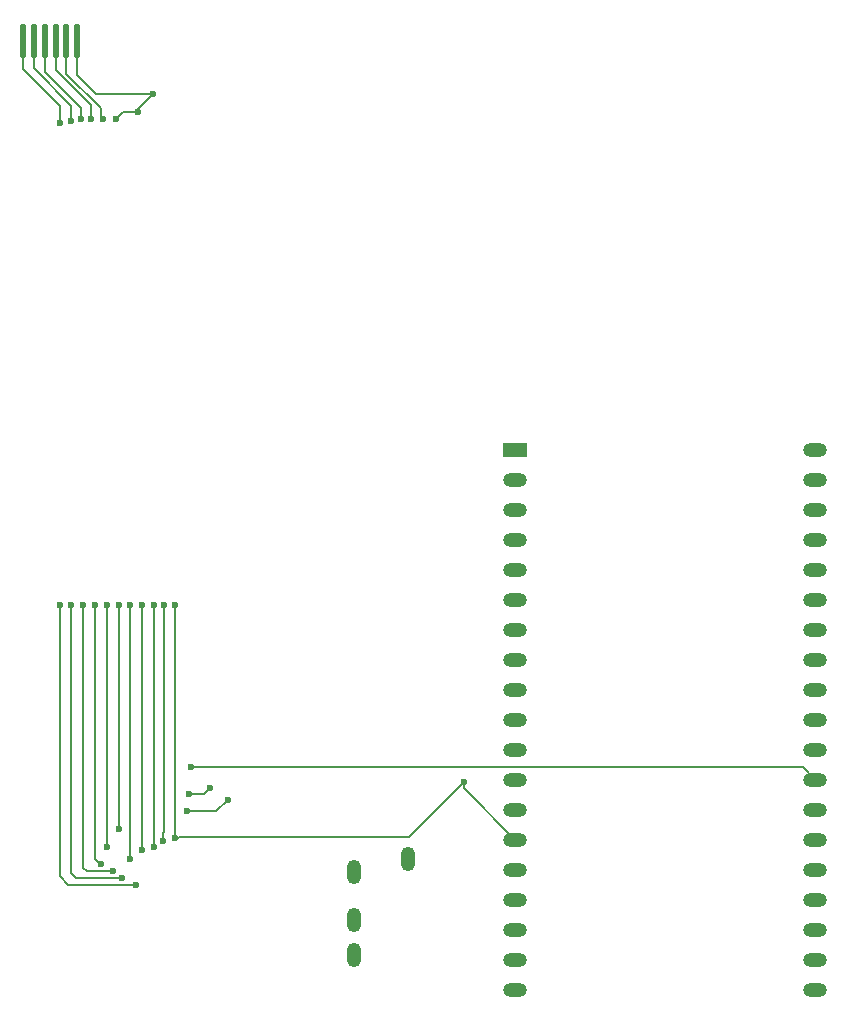
<source format=gbr>
%TF.GenerationSoftware,KiCad,Pcbnew,8.0.4*%
%TF.CreationDate,2025-09-19T21:11:49+01:00*%
%TF.ProjectId,devboard,64657662-6f61-4726-942e-6b696361645f,rev?*%
%TF.SameCoordinates,Original*%
%TF.FileFunction,Copper,L2,Bot*%
%TF.FilePolarity,Positive*%
%FSLAX46Y46*%
G04 Gerber Fmt 4.6, Leading zero omitted, Abs format (unit mm)*
G04 Created by KiCad (PCBNEW 8.0.4) date 2025-09-19 21:11:49*
%MOMM*%
%LPD*%
G01*
G04 APERTURE LIST*
G04 Aperture macros list*
%AMRoundRect*
0 Rectangle with rounded corners*
0 $1 Rounding radius*
0 $2 $3 $4 $5 $6 $7 $8 $9 X,Y pos of 4 corners*
0 Add a 4 corners polygon primitive as box body*
4,1,4,$2,$3,$4,$5,$6,$7,$8,$9,$2,$3,0*
0 Add four circle primitives for the rounded corners*
1,1,$1+$1,$2,$3*
1,1,$1+$1,$4,$5*
1,1,$1+$1,$6,$7*
1,1,$1+$1,$8,$9*
0 Add four rect primitives between the rounded corners*
20,1,$1+$1,$2,$3,$4,$5,0*
20,1,$1+$1,$4,$5,$6,$7,0*
20,1,$1+$1,$6,$7,$8,$9,0*
20,1,$1+$1,$8,$9,$2,$3,0*%
G04 Aperture macros list end*
%TA.AperFunction,ComponentPad*%
%ADD10R,2.000000X1.200000*%
%TD*%
%TA.AperFunction,ComponentPad*%
%ADD11O,2.000000X1.200000*%
%TD*%
%TA.AperFunction,SMDPad,CuDef*%
%ADD12RoundRect,0.117500X0.117500X1.332500X-0.117500X1.332500X-0.117500X-1.332500X0.117500X-1.332500X0*%
%TD*%
%TA.AperFunction,ComponentPad*%
%ADD13O,1.200000X2.100000*%
%TD*%
%TA.AperFunction,ViaPad*%
%ADD14C,0.600000*%
%TD*%
%TA.AperFunction,Conductor*%
%ADD15C,0.200000*%
%TD*%
G04 APERTURE END LIST*
D10*
%TO.P,U7,1,3V3*%
%TO.N,/OUT_UART_VCC*%
X202350000Y-87610000D03*
D11*
%TO.P,U7,2,CHIP_PU*%
%TO.N,unconnected-(U7-CHIP_PU-Pad2)*%
X202350000Y-90150000D03*
%TO.P,U7,3,SENSOR_VP/GPIO36/ADC1_CH0*%
%TO.N,unconnected-(U7-SENSOR_VP{slash}GPIO36{slash}ADC1_CH0-Pad3)*%
X202350000Y-92690000D03*
%TO.P,U7,4,SENSOR_VN/GPIO39/ADC1_CH3*%
%TO.N,unconnected-(U7-SENSOR_VN{slash}GPIO39{slash}ADC1_CH3-Pad4)*%
X202350000Y-95230000D03*
%TO.P,U7,5,VDET_1/GPIO34/ADC1_CH6*%
%TO.N,unconnected-(U7-VDET_1{slash}GPIO34{slash}ADC1_CH6-Pad5)*%
X202350000Y-97770000D03*
%TO.P,U7,6,VDET_2/GPIO35/ADC1_CH7*%
%TO.N,unconnected-(U7-VDET_2{slash}GPIO35{slash}ADC1_CH7-Pad6)*%
X202350000Y-100310000D03*
%TO.P,U7,7,32K_XP/GPIO32/ADC1_CH4*%
%TO.N,unconnected-(U7-32K_XP{slash}GPIO32{slash}ADC1_CH4-Pad7)*%
X202350000Y-102850000D03*
%TO.P,U7,8,32K_XN/GPIO33/ADC1_CH5*%
%TO.N,unconnected-(U7-32K_XN{slash}GPIO33{slash}ADC1_CH5-Pad8)*%
X202350000Y-105390000D03*
%TO.P,U7,9,DAC_1/ADC2_CH8/GPIO25*%
%TO.N,unconnected-(U7-DAC_1{slash}ADC2_CH8{slash}GPIO25-Pad9)*%
X202350000Y-107930000D03*
%TO.P,U7,10,DAC_2/ADC2_CH9/GPIO26*%
%TO.N,unconnected-(U7-DAC_2{slash}ADC2_CH9{slash}GPIO26-Pad10)*%
X202350000Y-110470000D03*
%TO.P,U7,11,ADC2_CH7/GPIO27*%
%TO.N,unconnected-(U7-ADC2_CH7{slash}GPIO27-Pad11)*%
X202350000Y-113010000D03*
%TO.P,U7,12,MTMS/GPIO14/ADC2_CH6*%
%TO.N,unconnected-(U7-MTMS{slash}GPIO14{slash}ADC2_CH6-Pad12)*%
X202350000Y-115550000D03*
%TO.P,U7,13,MTDI/GPIO12/ADC2_CH5*%
%TO.N,unconnected-(U7-MTDI{slash}GPIO12{slash}ADC2_CH5-Pad13)*%
X202350000Y-118090000D03*
%TO.P,U7,14,GND*%
%TO.N,/GND*%
X202350000Y-120630000D03*
%TO.P,U7,15,MTCK/GPIO13/ADC2_CH4*%
%TO.N,unconnected-(U7-MTCK{slash}GPIO13{slash}ADC2_CH4-Pad15)*%
X202350000Y-123170000D03*
%TO.P,U7,16,SD_DATA2/GPIO9*%
%TO.N,unconnected-(U7-SD_DATA2{slash}GPIO9-Pad16)*%
X202350000Y-125710000D03*
%TO.P,U7,17,SD_DATA3/GPIO10*%
%TO.N,unconnected-(U7-SD_DATA3{slash}GPIO10-Pad17)*%
X202350000Y-128250000D03*
%TO.P,U7,18,CMD*%
%TO.N,unconnected-(U7-CMD-Pad18)*%
X202350000Y-130790000D03*
%TO.P,U7,19,5V*%
%TO.N,unconnected-(U7-5V-Pad19)*%
X202350000Y-133330000D03*
%TO.P,U7,20,SD_CLK/GPIO6*%
%TO.N,unconnected-(U7-SD_CLK{slash}GPIO6-Pad20)*%
X227746320Y-133327280D03*
%TO.P,U7,21,SD_DATA0/GPIO7*%
%TO.N,unconnected-(U7-SD_DATA0{slash}GPIO7-Pad21)*%
X227746320Y-130787280D03*
%TO.P,U7,22,SD_DATA1/GPIO8*%
%TO.N,unconnected-(U7-SD_DATA1{slash}GPIO8-Pad22)*%
X227750000Y-128250000D03*
%TO.P,U7,23,MTDO/GPIO15/ADC2_CH3*%
%TO.N,unconnected-(U7-MTDO{slash}GPIO15{slash}ADC2_CH3-Pad23)*%
X227750000Y-125710000D03*
%TO.P,U7,24,ADC2_CH2/GPIO2*%
%TO.N,unconnected-(U7-ADC2_CH2{slash}GPIO2-Pad24)*%
X227750000Y-123170000D03*
%TO.P,U7,25,GPIO0/BOOT/ADC2_CH1*%
%TO.N,unconnected-(U7-GPIO0{slash}BOOT{slash}ADC2_CH1-Pad25)*%
X227750000Y-120630000D03*
%TO.P,U7,26,ADC2_CH0/GPIO4*%
%TO.N,unconnected-(U7-ADC2_CH0{slash}GPIO4-Pad26)*%
X227750000Y-118090000D03*
%TO.P,U7,27,GPIO16*%
%TO.N,/OUT_PSPTX*%
X227750000Y-115550000D03*
%TO.P,U7,28,GPIO17*%
%TO.N,unconnected-(U7-GPIO17-Pad28)*%
X227750000Y-113010000D03*
%TO.P,U7,29,GPIO5*%
%TO.N,unconnected-(U7-GPIO5-Pad29)*%
X227750000Y-110470000D03*
%TO.P,U7,30,GPIO18*%
%TO.N,/OUT_PSPRX*%
X227750000Y-107930000D03*
%TO.P,U7,31,GPIO19*%
%TO.N,unconnected-(U7-GPIO19-Pad31)*%
X227750000Y-105390000D03*
%TO.P,U7,32,GND*%
%TO.N,/GND*%
X227750000Y-102850000D03*
%TO.P,U7,33,GPIO21*%
%TO.N,unconnected-(U7-GPIO21-Pad33)*%
X227750000Y-100310000D03*
%TO.P,U7,34,U0RXD/GPIO3*%
%TO.N,unconnected-(U7-U0RXD{slash}GPIO3-Pad34)*%
X227750000Y-97770000D03*
%TO.P,U7,35,U0TXD/GPIO1*%
%TO.N,unconnected-(U7-U0TXD{slash}GPIO1-Pad35)*%
X227750000Y-95230000D03*
%TO.P,U7,36,GPIO22*%
%TO.N,unconnected-(U7-GPIO22-Pad36)*%
X227750000Y-92690000D03*
%TO.P,U7,37,GPIO23*%
%TO.N,unconnected-(U7-GPIO23-Pad37)*%
X227750000Y-90150000D03*
%TO.P,U7,38,GND*%
%TO.N,/GND*%
X227750000Y-87610000D03*
%TD*%
D12*
%TO.P,U1,7,UART4_RX*%
%TO.N,/PSPRX*%
X160650000Y-53000000D03*
%TO.P,U1,8,UART4_VCC*%
%TO.N,/PSP_UART_VCC*%
X161570000Y-53000000D03*
%TO.P,U1,9,VIDEO_DETECT*%
%TO.N,/PSP_VIDEO_DETECT*%
X162490000Y-53000000D03*
%TO.P,U1,10,WAKE*%
%TO.N,/PSP_WAKE*%
X163410000Y-53000000D03*
%TO.P,U1,11,BLUE/LUME_(Pb)*%
%TO.N,/PSP_BLUE_LUME_PB*%
X164330000Y-53000000D03*
%TO.P,U1,12,VIDEO_GND*%
%TO.N,/GND*%
X165250000Y-53000000D03*
%TD*%
D13*
%TO.P,U8,A,A*%
%TO.N,/audio3*%
X193240387Y-122299975D03*
%TO.P,U8,B,B*%
%TO.N,/audio4*%
X188640437Y-130400051D03*
%TO.P,U8,C,C*%
%TO.N,/audio2*%
X188640437Y-127400051D03*
%TO.P,U8,D,D*%
%TO.N,/audio1*%
X188640437Y-123400051D03*
%TD*%
D14*
%TO.N,/OUT_UART_VCC*%
X174750000Y-116750000D03*
X176500000Y-116250000D03*
%TO.N,/OUT_PSPRX*%
X178000000Y-117250000D03*
X174500000Y-118250000D03*
%TO.N,/PSPRX*%
X170250000Y-124500000D03*
X163750000Y-60000000D03*
X163750000Y-100750000D03*
%TO.N,/PSP_UART_VCC*%
X164750000Y-100750000D03*
X169000000Y-123900000D03*
X164750000Y-59750000D03*
%TO.N,/PSPTX*%
X170750000Y-100750000D03*
X170750000Y-121500000D03*
%TO.N,/OUT_PSPTX*%
X174900000Y-114500000D03*
%TO.N,/PSP_BLUE_LUME_PB*%
X167750000Y-121250000D03*
X167750000Y-100750000D03*
X167425834Y-59600000D03*
%TO.N,/PSP_WAKE*%
X167250000Y-122700000D03*
X166750000Y-100750000D03*
X166384341Y-59600000D03*
%TO.N,/GND*%
X168500000Y-59600000D03*
X168750000Y-100750000D03*
X171750000Y-100750000D03*
X171750000Y-121250000D03*
X168750000Y-119750000D03*
X171650000Y-57500000D03*
X198000000Y-115750000D03*
X170350064Y-59000000D03*
X173500000Y-120500000D03*
X173500000Y-100750000D03*
%TO.N,/PSP_VIDEO_DETECT*%
X168250000Y-123300000D03*
X165750000Y-100750000D03*
X165535813Y-59600000D03*
%TO.N,/LUMA_Y*%
X172500000Y-120750000D03*
X172550003Y-100750000D03*
%TO.N,/PSPMICIN*%
X169750000Y-122250000D03*
X169750000Y-100750000D03*
%TD*%
D15*
%TO.N,/OUT_UART_VCC*%
X176000000Y-116750000D02*
X176500000Y-116250000D01*
X174750000Y-116750000D02*
X176000000Y-116750000D01*
%TO.N,/OUT_PSPRX*%
X177000000Y-118250000D02*
X178000000Y-117250000D01*
X174500000Y-118250000D02*
X177000000Y-118250000D01*
%TO.N,/PSPRX*%
X164500000Y-124500000D02*
X163750000Y-123750000D01*
X163750000Y-123750000D02*
X163750000Y-100750000D01*
X163750000Y-58500000D02*
X160650000Y-55400000D01*
X160650000Y-55400000D02*
X160650000Y-53000000D01*
X170250000Y-124500000D02*
X164500000Y-124500000D01*
X163750000Y-60000000D02*
X163750000Y-58500000D01*
%TO.N,/PSP_UART_VCC*%
X164750000Y-58500000D02*
X161570000Y-55320000D01*
X169000000Y-123900000D02*
X165150000Y-123900000D01*
X164750000Y-59750000D02*
X164750000Y-58500000D01*
X165150000Y-123900000D02*
X164750000Y-123500000D01*
X164750000Y-123500000D02*
X164750000Y-100750000D01*
X161570000Y-55320000D02*
X161570000Y-53000000D01*
%TO.N,/PSPTX*%
X170750000Y-121500000D02*
X170750000Y-100750000D01*
%TO.N,/OUT_PSPTX*%
X174900000Y-114500000D02*
X226700000Y-114500000D01*
X226700000Y-114500000D02*
X227750000Y-115550000D01*
%TO.N,/PSP_BLUE_LUME_PB*%
X167425834Y-59600000D02*
X167215686Y-59389852D01*
X167215686Y-58700000D02*
X164330000Y-55814314D01*
X167215686Y-59389852D02*
X167215686Y-58700000D01*
X167750000Y-121250000D02*
X167750000Y-100750000D01*
X164330000Y-55814314D02*
X164330000Y-53000000D01*
%TO.N,/PSP_WAKE*%
X167200000Y-122700000D02*
X166750000Y-122250000D01*
X166384341Y-58434341D02*
X163410000Y-55460000D01*
X167250000Y-122700000D02*
X167200000Y-122700000D01*
X166384341Y-59600000D02*
X166384341Y-58434341D01*
X166750000Y-122250000D02*
X166750000Y-100750000D01*
X163410000Y-55460000D02*
X163410000Y-53000000D01*
%TO.N,/GND*%
X171750000Y-121250000D02*
X171750000Y-100750000D01*
X189350000Y-120380000D02*
X193370000Y-120380000D01*
X169100000Y-59000000D02*
X168500000Y-59600000D01*
X198000000Y-116280000D02*
X202350000Y-120630000D01*
X165250000Y-55910037D02*
X166839963Y-57500000D01*
X170350064Y-58799936D02*
X171650000Y-57500000D01*
X170350064Y-59000000D02*
X169100000Y-59000000D01*
X165250000Y-53000000D02*
X165250000Y-55910037D01*
X173500000Y-120500000D02*
X173750000Y-120500000D01*
X170350064Y-59000000D02*
X170350064Y-58799936D01*
X168750000Y-100750000D02*
X168750000Y-119750000D01*
X173750000Y-120500000D02*
X173870000Y-120380000D01*
X173500000Y-120500000D02*
X173500000Y-100750000D01*
X198000000Y-115750000D02*
X198000000Y-116280000D01*
X166839963Y-57500000D02*
X171650000Y-57500000D01*
X193370000Y-120380000D02*
X198000000Y-115750000D01*
X173870000Y-120380000D02*
X189350000Y-120380000D01*
%TO.N,/PSP_VIDEO_DETECT*%
X168250000Y-123300000D02*
X166050000Y-123300000D01*
X165535813Y-58687284D02*
X162490000Y-55641471D01*
X166050000Y-123300000D02*
X165750000Y-123000000D01*
X165535813Y-59600000D02*
X165535813Y-58687284D01*
X165750000Y-123000000D02*
X165750000Y-100750000D01*
X162490000Y-55641471D02*
X162490000Y-53000000D01*
%TO.N,/LUMA_Y*%
X172500000Y-120000000D02*
X172550003Y-119949997D01*
X172500000Y-120750000D02*
X172500000Y-120000000D01*
X172550003Y-119949997D02*
X172550003Y-100750000D01*
%TO.N,/PSPMICIN*%
X169750000Y-100750000D02*
X169750000Y-122250000D01*
%TD*%
M02*

</source>
